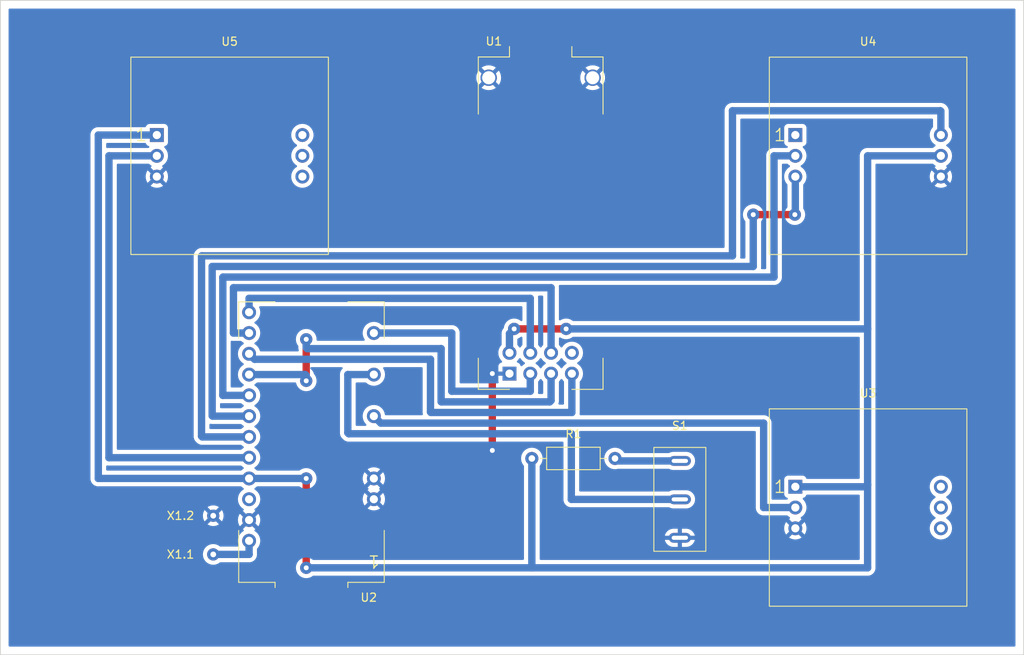
<source format=kicad_pcb>
(kicad_pcb (version 20211014) (generator pcbnew)
  (layers (0 "F.Cu" signal) (31 "B.Cu" signal) (34 "B.Paste" user) (35 "F.Paste" user) (36 "B.SilkS" user "B.Silkscreen") (37 "F.SilkS" user "F.Silkscreen") (38 "B.Mask" user) (39 "F.Mask" user) (44 "Edge.Cuts" user))
  (net 0 "")
  (net 1 "Net-(R1-Pad1)")
  (net 2 "+3.3V")
  (net 3 "/TMB")
  (net 4 "GND")
  (net 5 "/CE")
  (net 6 "/CSN")
  (net 7 "/SCK")
  (net 8 "/MOSI")
  (net 9 "/MISO")
  (net 11 "/BTN")
  (net 12 "/Z")
  (net 13 "/Y")
  (net 14 "/X")
  (net 15 "/POT")
  (net 17 "Net-(U2-Pad24)")
  (footprint "units:CP-0,7-1.5" (layer "F.Cu") (at 75 160)
    (fp_text reference "X1.2" (at -4 0 unlocked) (layer "F.SilkS"))
    (fp_text value "ConnH" hide)
    (pad "1" thru_hole circle (at 0 0) (size 1.5 1.5) (drill 0.7) (layers *.Cu *.Mask) (net 4 "GND"))
  )
  (footprint "units:MTS-102" (layer "F.Cu") (at 132 158 180)
    (fp_text reference "S1" (at 0 9 unlocked) (layer "F.SilkS"))
    (fp_text value "Tumbler")
    (fp_rect (start -3.175 -6.35) (end 3.175 6.35) (layer "F.SilkS") (width 0.12) (fill none))
    (pad "1" thru_hole oval (at 0 0 180) (size 2.7 1.2) (drill oval 2 0.5) (layers *.Cu *.Mask) (net 3 "/TMB"))
    (pad "2" thru_hole oval (at 0 -4.7 180) (size 2.7 1.2) (drill oval 2 0.5) (layers *.Cu *.Mask) (net 4 "GND"))
    (pad "3" thru_hole oval (at 0 4.7 180) (size 2.7 1.2) (drill oval 2 0.5) (layers *.Cu *.Mask) (net 1 "Net-(R1-Pad1)"))
  )
  (footprint "units:CP-0,7-1.5" (layer "F.Cu") (at 75 164.73)
    (fp_text reference "X1.1" (at -4 0 unlocked) (layer "F.SilkS"))
    (fp_text value "ConnH" hide)
    (pad "1" thru_hole circle (at 0 0) (size 1.5 1.5) (drill 0.7) (layers *.Cu *.Mask) (net 17 "Net-(U2-Pad24)"))
  )
  (footprint "units:Troyka" (layer "F.Cu") (at 77 116)
    (fp_text reference "U5" (at 0 -13.97 unlocked) (layer "F.SilkS"))
    (fp_text value "Tr-Pot")
    (fp_text user "1" (at -10.795 -2.54 unlocked) (layer "F.SilkS") (effects (font (size 1.5 1.5))))
    (fp_rect (start -12.065 -12.065) (end 12.065 12.065) (layer "F.SilkS") (width 0.12) (fill none))
    (pad "1" thru_hole rect (at -8.89 -2.54) (size 1.7 1.7) (drill 1) (layers *.Cu *.Mask) (net 2 "+3.3V"))
    (pad "2" thru_hole circle (at -8.89 0) (size 1.7 1.7) (drill 1) (layers *.Cu *.Mask) (net 15 "/POT"))
    (pad "3" thru_hole circle (at -8.89 2.54) (size 1.7 1.7) (drill 1) (layers *.Cu *.Mask) (net 4 "GND"))
    (pad "4" thru_hole circle (at 8.89 2.54) (size 1.7 1.7) (drill 1) (layers *.Cu *.Mask))
    (pad "5" thru_hole circle (at 8.89 0) (size 1.7 1.7) (drill 1) (layers *.Cu *.Mask))
    (pad "6" thru_hole circle (at 8.89 -2.54) (size 1.7 1.7) (drill 1) (layers *.Cu *.Mask))
  )
  (footprint "units:nRF24L01" (layer "F.Cu") (at 115 124.2325)
    (fp_text reference "U1" (at -5.715 -22.2325 unlocked) (layer "F.SilkS"))
    (fp_text value "nRF24L01")
    (fp_line (start -3.81 -21.59) (end -3.81 -20.32) (layer "F.SilkS") (width 0.12))
    (fp_line (start 3.81 -20.32) (end 7.62 -20.32) (layer "F.SilkS") (width 0.12))
    (fp_line (start 7.62 20.32) (end 3.81 20.32) (layer "F.SilkS") (width 0.12))
    (fp_line (start 3.81 -21.59) (end 3.81 -20.32) (layer "F.SilkS") (width 0.12))
    (fp_line (start 7.62 16.51) (end 7.62 20.32) (layer "F.SilkS") (width 0.12))
    (fp_line (start -3.81 -20.32) (end -7.62 -20.32) (layer "F.SilkS") (width 0.12))
    (fp_line (start 7.62 -20.32) (end 7.62 -13.335) (layer "F.SilkS") (width 0.12))
    (fp_line (start -7.62 20.32) (end -3.81 20.32) (layer "F.SilkS") (width 0.12))
    (fp_line (start -7.62 16.51) (end -7.62 20.32) (layer "F.SilkS") (width 0.12))
    (fp_line (start -7.62 -20.32) (end -7.62 -13.335) (layer "F.SilkS") (width 0.12))
    (pad "1" thru_hole rect (at -3.81 18.395) (size 1.7 1.7) (drill 1) (layers *.Cu *.Mask) (net 4 "GND"))
    (pad "2" thru_hole circle (at -3.81 15.855) (size 1.7 1.7) (drill 1) (layers *.Cu *.Mask) (net 2 "+3.3V"))
    (pad "3" thru_hole circle (at -1.27 18.395) (size 1.7 1.7) (drill 1) (layers *.Cu *.Mask) (net 5 "/CE"))
    (pad "4" thru_hole circle (at -1.27 15.855) (size 1.7 1.7) (drill 1) (layers *.Cu *.Mask) (net 6 "/CSN"))
    (pad "5" thru_hole circle (at 1.27 18.395) (size 1.7 1.7) (drill 1) (layers *.Cu *.Mask) (net 7 "/SCK"))
    (pad "6" thru_hole circle (at 1.27 15.855) (size 1.7 1.7) (drill 1) (layers *.Cu *.Mask) (net 8 "/MOSI"))
    (pad "7" thru_hole circle (at 3.81 18.395) (size 1.7 1.7) (drill 1) (layers *.Cu *.Mask) (net 9 "/MISO"))
    (pad "8" thru_hole circle (at 3.81 15.855) (size 1.7 1.7) (drill 1) (layers *.Cu *.Mask))
    (pad "9" thru_hole circle (at 6.35 -17.78) (size 2 2) (drill 1.6) (layers *.Cu *.Mask) (net 4 "GND"))
    (pad "10" thru_hole circle (at -6.35 -17.78) (size 2 2) (drill 1.6) (layers *.Cu *.Mask) (net 4 "GND"))
  )
  (footprint "units:Troyka" (layer "F.Cu") (at 155 116)
    (fp_text reference "U4" (at 0 -13.97 unlocked) (layer "F.SilkS"))
    (fp_text value "Tr-Joystick")
    (fp_text user "1" (at -10.795 -2.54 unlocked) (layer "F.SilkS") (effects (font (size 1.5 1.5))))
    (fp_rect (start -12.065 -12.065) (end 12.065 12.065) (layer "F.SilkS") (width 0.12) (fill none))
    (pad "1" thru_hole rect (at -8.89 -2.54) (size 1.7 1.7) (drill 1) (layers *.Cu *.Mask))
    (pad "2" thru_hole circle (at -8.89 0) (size 1.7 1.7) (drill 1) (layers *.Cu *.Mask) (net 12 "/Z"))
    (pad "3" thru_hole circle (at -8.89 2.54) (size 1.7 1.7) (drill 1) (layers *.Cu *.Mask) (net 13 "/Y"))
    (pad "4" thru_hole circle (at 8.89 2.54) (size 1.7 1.7) (drill 1) (layers *.Cu *.Mask) (net 4 "GND"))
    (pad "5" thru_hole circle (at 8.89 0) (size 1.7 1.7) (drill 1) (layers *.Cu *.Mask) (net 2 "+3.3V"))
    (pad "6" thru_hole circle (at 8.89 -2.54) (size 1.7 1.7) (drill 1) (layers *.Cu *.Mask) (net 14 "/X"))
  )
  (footprint "units:MF-0,25" (layer "F.Cu") (at 124.08 153 180)
    (fp_text reference "R1" (at 5.08 3) (layer "F.SilkS"))
    (fp_text value "10k")
    (fp_line (start 1.81 -1.37) (end 1.81 1.37) (layer "F.SilkS") (width 0.12))
    (fp_line (start 1.81 1.37) (end 8.35 1.37) (layer "F.SilkS") (width 0.12))
    (fp_line (start 8.35 -1.37) (end 1.81 -1.37) (layer "F.SilkS") (width 0.12))
    (fp_line (start 9.12 0) (end 8.35 0) (layer "F.SilkS") (width 0.12))
    (fp_line (start 1.04 0) (end 1.81 0) (layer "F.SilkS") (width 0.12))
    (fp_line (start 8.35 1.37) (end 8.35 -1.37) (layer "F.SilkS") (width 0.12))
    (pad "1" thru_hole circle (at 0 0 180) (size 1.6 1.6) (drill 0.8) (layers *.Cu *.Mask) (net 1 "Net-(R1-Pad1)"))
    (pad "2" thru_hole oval (at 10.16 0 180) (size 1.6 1.6) (drill 0.8) (layers *.Cu *.Mask) (net 2 "+3.3V"))
  )
  (footprint "units:ProMicro" (layer "F.Cu") (at 87 151 180)
    (fp_text reference "U2" (at -7 -19 unlocked) (layer "F.SilkS"))
    (fp_text value "ProMicro")
    (fp_text user "1" (at -7.62 -14.605 180 unlocked) (layer "F.SilkS") (effects (font (size 1.5 1.5))))
    (fp_line (start 8.89 17.145) (end 4.445 17.145) (layer "F.SilkS") (width 0.12))
    (fp_line (start -8.89 -17.145) (end -8.89 -10.795) (layer "F.SilkS") (width 0.12))
    (fp_line (start 8.89 -17.145) (end 4.445 -17.145) (layer "F.SilkS") (width 0.12))
    (fp_line (start -4.445 -17.145) (end -8.89 -17.145) (layer "F.SilkS") (width 0.12))
    (fp_line (start 8.89 12.7) (end 8.89 17.145) (layer "F.SilkS") (width 0.12))
    (fp_line (start 8.89 -10.795) (end 8.89 -17.145) (layer "F.SilkS") (width 0.12))
    (fp_line (start -4.445 -17.78) (end -4.445 -17.145) (layer "F.SilkS") (width 0.12))
    (fp_line (start 4.445 -17.145) (end 4.445 -17.78) (layer "F.SilkS") (width 0.12))
    (fp_line (start -8.89 17.145) (end -4.445 17.145) (layer "F.SilkS") (width 0.12))
    (fp_line (start -8.89 12.7) (end -8.89 17.145) (layer "F.SilkS") (width 0.12))
    (pad "3" thru_hole circle (at -7.62 -6.985 180) (size 1.7 1.7) (drill 1) (layers *.Cu *.Mask) (net 4 "GND"))
    (pad "4" thru_hole circle (at -7.62 -4.445 180) (size 1.7 1.7) (drill 1) (layers *.Cu *.Mask) (net 4 "GND"))
    (pad "7" thru_hole circle (at -7.62 3.175 180) (size 1.7 1.7) (drill 1) (layers *.Cu *.Mask) (net 11 "/BTN"))
    (pad "9" thru_hole circle (at -7.62 8.255 180) (size 1.7 1.7) (drill 1) (layers *.Cu *.Mask) (net 3 "/TMB"))
    (pad "11" thru_hole circle (at -7.62 13.335 180) (size 1.7 1.7) (drill 1) (layers *.Cu *.Mask) (net 5 "/CE"))
    (pad "13" thru_hole circle (at 7.62 15.875 180) (size 1.7 1.7) (drill 1) (layers *.Cu *.Mask) (net 6 "/CSN"))
    (pad "14" thru_hole circle (at 7.62 13.335 180) (size 1.7 1.7) (drill 1) (layers *.Cu *.Mask) (net 8 "/MOSI"))
    (pad "15" thru_hole circle (at 7.62 10.795 180) (size 1.7 1.7) (drill 1) (layers *.Cu *.Mask) (net 9 "/MISO"))
    (pad "16" thru_hole circle (at 7.62 8.255 180) (size 1.7 1.7) (drill 1) (layers *.Cu *.Mask) (net 7 "/SCK"))
    (pad "17" thru_hole circle (at 7.62 5.715 180) (size 1.7 1.7) (drill 1) (layers *.Cu *.Mask) (net 12 "/Z"))
    (pad "18" thru_hole circle (at 7.62 3.175 180) (size 1.7 1.7) (drill 1) (layers *.Cu *.Mask) (net 13 "/Y"))
    (pad "19" thru_hole circle (at 7.62 0.635 180) (size 1.7 1.7) (drill 1) (layers *.Cu *.Mask) (net 14 "/X"))
    (pad "20" thru_hole circle (at 7.62 -1.905 180) (size 1.7 1.7) (drill 1) (layers *.Cu *.Mask) (net 15 "/POT"))
    (pad "21" thru_hole circle (at 7.62 -4.445 180) (size 1.7 1.7) (drill 1) (layers *.Cu *.Mask) (net 2 "+3.3V"))
    (pad "22" thru_hole circle (at 7.62 -6.985 180) (size 1.7 1.7) (drill 1) (layers *.Cu *.Mask))
    (pad "23" thru_hole circle (at 7.62 -9.525 180) (size 1.7 1.7) (drill 1) (layers *.Cu *.Mask) (net 4 "GND"))
    (pad "24" thru_hole circle (at 7.62 -12.065 180) (size 1.7 1.7) (drill 1) (layers *.Cu *.Mask) (net 17 "Net-(U2-Pad24)"))
  )
  (footprint "units:Troyka" (layer "F.Cu") (at 155 159)
    (fp_text reference "U3" (at 0 -13.97 unlocked) (layer "F.SilkS"))
    (fp_text value "Tr-Btn")
    (fp_text user "1" (at -10.795 -2.54 unlocked) (layer "F.SilkS") (effects (font (size 1.5 1.5))))
    (fp_rect (start -12.065 -12.065) (end 12.065 12.065) (layer "F.SilkS") (width 0.12) (fill none))
    (pad "1" thru_hole rect (at -8.89 -2.54) (size 1.7 1.7) (drill 1) (layers *.Cu *.Mask) (net 2 "+3.3V"))
    (pad "2" thru_hole circle (at -8.89 0) (size 1.7 1.7) (drill 1) (layers *.Cu *.Mask) (net 11 "/BTN"))
    (pad "3" thru_hole circle (at -8.89 2.54) (size 1.7 1.7) (drill 1) (layers *.Cu *.Mask) (net 4 "GND"))
    (pad "4" thru_hole circle (at 8.89 2.54) (size 1.7 1.7) (drill 1) (layers *.Cu *.Mask))
    (pad "5" thru_hole circle (at 8.89 0) (size 1.7 1.7) (drill 1) (layers *.Cu *.Mask))
    (pad "6" thru_hole circle (at 8.89 -2.54) (size 1.7 1.7) (drill 1) (layers *.Cu *.Mask))
  )
  (gr_rect (start 49 97) (end 174 177) (layer "Edge.Cuts") (width 0.1) (fill none))
  (segment (start 132 153.3) (end 124.38 153.3) (width 0.9) (layer "B.Cu") (net 1))
  (segment (start 124.38 153.3) (end 124.08 153) (width 0.9) (layer "B.Cu") (net 1))
  (segment (start 86.36 166.37) (end 86.36 155.445) (width 0.9) (layer "F.Cu") (net 2))
  (segment (start 111.76 137.16) (end 118.11 137.16) (width 0.9) (layer "F.Cu") (net 2))
  (via (at 111.76 137.16) (size 1.5) (drill 0.6) (layers "F.Cu" "B.Cu") (net 2))
  (via (at 86.36 166.37) (size 1.5) (drill 0.6) (layers "F.Cu" "B.Cu") (net 2))
  (via (at 86.36 155.445) (size 1.5) (drill 0.6) (layers "F.Cu" "B.Cu") (net 2))
  (via (at 118.11 137.16) (size 1.5) (drill 0.6) (layers "F.Cu" "B.Cu") (net 2))
  (segment (start 60.96 113.46) (end 60.96 155.445) (width 0.9) (layer "B.Cu") (net 2))
  (segment (start 86.36 155.445) (end 79.38 155.445) (width 0.9) (layer "B.Cu") (net 2))
  (segment (start 113.92 153) (end 113.92 166.37) (width 0.9) (layer "B.Cu") (net 2))
  (segment (start 111.19 140.0875) (end 111.19 137.73) (width 0.9) (layer "B.Cu") (net 2))
  (segment (start 154.94 137.16) (end 154.94 156.21) (width 0.9) (layer "B.Cu") (net 2))
  (segment (start 154.94 156.21) (end 154.94 166.37) (width 0.9) (layer "B.Cu") (net 2))
  (segment (start 154.69 156.46) (end 154.94 156.21) (width 0.9) (layer "B.Cu") (net 2))
  (segment (start 118.11 137.16) (end 154.94 137.16) (width 0.9) (layer "B.Cu") (net 2))
  (segment (start 60.96 155.445) (end 79.38 155.445) (width 0.9) (layer "B.Cu") (net 2))
  (segment (start 111.19 137.73) (end 111.76 137.16) (width 0.9) (layer "B.Cu") (net 2))
  (segment (start 163.89 116) (end 154.94 116) (width 0.9) (layer "B.Cu") (net 2))
  (segment (start 154.94 166.37) (end 86.36 166.37) (width 0.9) (layer "B.Cu") (net 2))
  (segment (start 146.11 156.46) (end 154.69 156.46) (width 0.9) (layer "B.Cu") (net 2))
  (segment (start 154.94 116) (end 154.94 137.16) (width 0.9) (layer "B.Cu") (net 2))
  (segment (start 68.11 113.46) (end 60.96 113.46) (width 0.9) (layer "B.Cu") (net 2))
  (segment (start 91.44 149.86) (end 91.56 149.98) (width 0.9) (layer "B.Cu") (net 3))
  (segment (start 118.745 158) (end 132 158) (width 0.9) (layer "B.Cu") (net 3))
  (segment (start 118.745 149.98) (end 118.745 158) (width 0.9) (layer "B.Cu") (net 3))
  (segment (start 94.62 142.745) (end 91.44 142.745) (width 0.9) (layer "B.Cu") (net 3))
  (segment (start 91.44 142.745) (end 91.44 149.86) (width 0.9) (layer "B.Cu") (net 3))
  (segment (start 91.56 149.98) (end 118.745 149.98) (width 0.9) (layer "B.Cu") (net 3))
  (segment (start 109.093 152.019) (end 109.093 142.621) (width 0.9) (layer "F.Cu") (net 4))
  (via (at 109.093 152.019) (size 1.5) (drill 0.6) (layers "F.Cu" "B.Cu") (net 4))
  (via (at 109.093 142.621) (size 1.5) (drill 0.6) (layers "F.Cu" "B.Cu") (net 4))
  (segment (start 104.14 144.78) (end 104.14 137.665) (width 0.9) (layer "B.Cu") (net 5))
  (segment (start 113.73 144.78) (end 104.14 144.78) (width 0.9) (layer "B.Cu") (net 5))
  (segment (start 104.14 137.665) (end 94.62 137.665) (width 0.9) (layer "B.Cu") (net 5))
  (segment (start 113.73 142.6275) (end 113.73 144.78) (width 0.9) (layer "B.Cu") (net 5))
  (segment (start 79.38 135.125) (end 79.38 133.425) (width 0.9) (layer "B.Cu") (net 6))
  (segment (start 79.38 133.425) (end 113.73 133.425) (width 0.9) (layer "B.Cu") (net 6))
  (segment (start 113.73 133.425) (end 113.73 140.0875) (width 0.9) (layer "B.Cu") (net 6))
  (segment (start 86.36 143.51) (end 86.36 138.43) (width 0.9) (layer "F.Cu") (net 7))
  (via (at 86.36 138.43) (size 1.5) (drill 0.6) (layers "F.Cu" "B.Cu") (net 7))
  (via (at 86.36 143.51) (size 1.5) (drill 0.6) (layers "F.Cu" "B.Cu") (net 7))
  (segment (start 102.84 139.573) (end 86.487 139.573) (width 0.9) (layer "B.Cu") (net 7))
  (segment (start 102.87 146.08) (end 102.84 146.05) (width 0.9) (layer "B.Cu") (net 7))
  (segment (start 86.36 143.51) (end 86.36 142.875) (width 0.9) (layer "B.Cu") (net 7))
  (segment (start 86.36 139.446) (end 86.36 138.43) (width 0.9) (layer "B.Cu") (net 7))
  (segment (start 116.27 142.6275) (end 116.27 145.918478) (width 0.9) (layer "B.Cu") (net 7))
  (segment (start 86.36 142.875) (end 86.23 142.745) (width 0.9) (layer "B.Cu") (net 7))
  (segment (start 116.108478 146.08) (end 102.87 146.08) (width 0.9) (layer "B.Cu") (net 7))
  (segment (start 102.84 146.05) (end 102.84 139.573) (width 0.9) (layer "B.Cu") (net 7))
  (segment (start 116.27 145.918478) (end 116.108478 146.08) (width 0.9) (layer "B.Cu") (net 7))
  (segment (start 86.23 142.745) (end 79.38 142.745) (width 0.9) (layer "B.Cu") (net 7))
  (segment (start 86.487 139.573) (end 86.36 139.446) (width 0.9) (layer "B.Cu") (net 7))
  (segment (start 77.47 132.125) (end 116.27 132.125) (width 0.9) (layer "B.Cu") (net 8))
  (segment (start 116.27 132.125) (end 116.27 140.0875) (width 0.9) (layer "B.Cu") (net 8))
  (segment (start 79.38 137.665) (end 77.47 137.665) (width 0.9) (layer "B.Cu") (net 8))
  (segment (start 77.47 137.665) (end 77.47 132.125) (width 0.9) (layer "B.Cu") (net 8))
  (segment (start 101.54 140.873) (end 101.54 147.32) (width 0.9) (layer "B.Cu") (net 9))
  (segment (start 79.38 140.205) (end 80.048 140.873) (width 0.9) (layer "B.Cu") (net 9))
  (segment (start 118.81 147.38) (end 118.81 142.6275) (width 0.9) (layer "B.Cu") (net 9))
  (segment (start 101.6 147.38) (end 118.81 147.38) (width 0.9) (layer "B.Cu") (net 9))
  (segment (start 80.048 140.873) (end 101.54 140.873) (width 0.9) (layer "B.Cu") (net 9))
  (segment (start 101.54 147.32) (end 101.6 147.38) (width 0.9) (layer "B.Cu") (net 9))
  (segment (start 95.475 148.68) (end 94.62 147.825) (width 0.9) (layer "B.Cu") (net 11))
  (segment (start 142.24 159) (end 142.24 148.68) (width 0.9) (layer "B.Cu") (net 11))
  (segment (start 146.11 159) (end 142.24 159) (width 0.9) (layer "B.Cu") (net 11))
  (segment (start 142.24 148.68) (end 95.475 148.68) (width 0.9) (layer "B.Cu") (net 11))
  (segment (start 143.51 130.81) (end 143.51 116) (width 0.9) (layer "B.Cu") (net 12))
  (segment (start 76.17 145.285) (end 76.17 130.855) (width 0.9) (layer "B.Cu") (net 12))
  (segment (start 79.38 145.285) (end 76.17 145.285) (width 0.9) (layer "B.Cu") (net 12))
  (segment (start 76.17 130.855) (end 76.2 130.825) (width 0.9) (layer "B.Cu") (net 12))
  (segment (start 76.2 130.825) (end 143.495 130.825) (width 0.9) (layer "B.Cu") (net 12))
  (segment (start 143.495 130.825) (end 143.51 130.81) (width 0.9) (layer "B.Cu") (net 12))
  (segment (start 143.51 116) (end 146.11 116) (width 0.9) (layer "B.Cu") (net 12))
  (segment (start 140.97 123.19) (end 146.05 123.19) (width 0.9) (layer "F.Cu") (net 13))
  (via (at 140.97 123.19) (size 1.5) (drill 0.6) (layers "F.Cu" "B.Cu") (net 13))
  (via (at 146.05 123.19) (size 1.5) (drill 0.6) (layers "F.Cu" "B.Cu") (net 13))
  (segment (start 140.97 129.525) (end 140.97 123.19) (width 0.9) (layer "B.Cu") (net 13))
  (segment (start 79.38 147.825) (end 74.93 147.825) (width 0.9) (layer "B.Cu") (net 13))
  (segment (start 74.885 129.525) (end 140.97 129.525) (width 0.9) (layer "B.Cu") (net 13))
  (segment (start 74.93 147.825) (end 74.87 147.765) (width 0.9) (layer "B.Cu") (net 13))
  (segment (start 74.87 147.765) (end 74.87 129.54) (width 0.9) (layer "B.Cu") (net 13))
  (segment (start 146.11 118.54) (end 146.11 123.13) (width 0.9) (layer "B.Cu") (net 13))
  (segment (start 146.11 123.13) (end 146.05 123.19) (width 0.9) (layer "B.Cu") (net 13))
  (segment (start 74.87 129.54) (end 74.885 129.525) (width 0.9) (layer "B.Cu") (net 13))
  (segment (start 138.43 128.225) (end 73.615 128.225) (width 0.9) (layer "B.Cu") (net 14))
  (segment (start 163.89 113.46) (end 163.89 110.55) (width 0.9) (layer "B.Cu") (net 14))
  (segment (start 73.66 150.365) (end 79.38 150.365) (width 0.9) (layer "B.Cu") (net 14))
  (segment (start 73.57 128.27) (end 73.57 150.275) (width 0.9) (layer "B.Cu") (net 14))
  (segment (start 163.83 110.49) (end 138.43 110.49) (width 0.9) (layer "B.Cu") (net 14))
  (segment (start 138.43 110.49) (end 138.43 128.225) (width 0.9) (layer "B.Cu") (net 14))
  (segment (start 163.89 110.55) (end 163.83 110.49) (width 0.9) (layer "B.Cu") (net 14))
  (segment (start 73.57 150.275) (end 73.66 150.365) (width 0.9) (layer "B.Cu") (net 14))
  (segment (start 73.615 128.225) (end 73.57 128.27) (width 0.9) (layer "B.Cu") (net 14))
  (segment (start 62.26 152.905) (end 79.38 152.905) (width 0.9) (layer "B.Cu") (net 15))
  (segment (start 62.26 116) (end 62.26 152.905) (width 0.9) (layer "B.Cu") (net 15))
  (segment (start 68.11 116) (end 62.26 116) (width 0.9) (layer "B.Cu") (net 15))
  (segment (start 75 164.73) (end 79.375 164.73) (width 0.9) (layer "B.Cu") (net 17))
  (segment (start 79.375 164.73) (end 79.38 164.725) (width 0.9) (layer "B.Cu") (net 17))
  (segment (start 79.38 164.725) (end 79.38 163.065) (width 0.9) (layer "B.Cu") (net 17))
  (zone (net 4) (net_name "GND") (layer "B.Cu") (connect_pads (clearance 0.508)) (min_thickness 0.254) (fill yes (thermal_gap 0.508) (thermal_bridge_width 0.508) (island_removal_mode 1) (island_area_min 0))
    (polygon (pts (xy 173 176) (xy 50 176) (xy 50 98) (xy 173 98)))
  )
)
</source>
